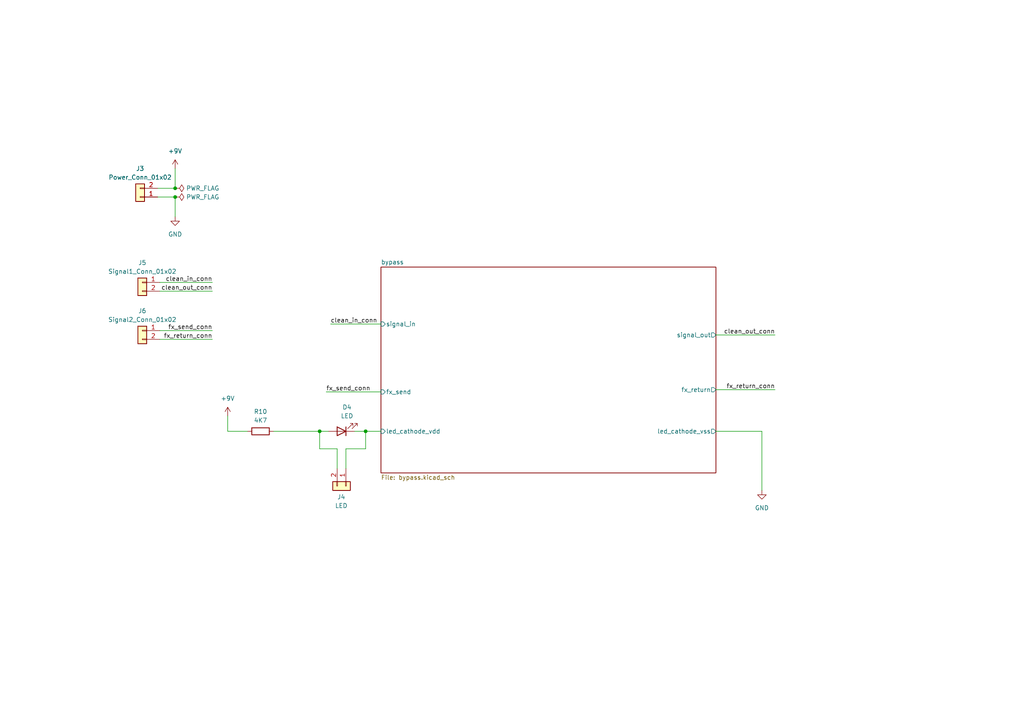
<source format=kicad_sch>
(kicad_sch (version 20230121) (generator eeschema)
  (paper "A4")
  (lib_symbols
    (symbol "Connector_Generic:Conn_01x02" (pin_names (offset 1.016) hide)
      (property "Reference" "J" (at 0 2.54 0))
      (property "Value" "Conn_01x02" (at 0 -5.08 0))
      (symbol "Conn_01x02_1_1"
        (rectangle (start -1.27 -2.413) (end 0 -2.667) (stroke (width 0.1524)))
        (rectangle (start -1.27 0.127) (end 0 -0.127) (stroke (width 0.1524)))
        (rectangle (start -1.27 1.27) (end 1.27 -3.81) (stroke (width 0.254)) (fill (type background)))
        (pin passive line (at -5.08 0 0) (length 3.81) (name "Pin_1") (number "1"))
        (pin passive line (at -5.08 -2.54 0) (length 3.81) (name "Pin_2") (number "2"))
      )
    )
    (symbol "Device:LED" (pin_numbers hide) (pin_names (offset 1.016) hide)
      (property "Reference" "D" (at 0 2.54 0))
      (property "Value" "LED" (at 0 -2.54 0))
      (symbol "LED_0_1"
        (polyline (pts (xy -1.27 -1.27) (xy -1.27 1.27)) (stroke (width 0.254)))
        (polyline (pts (xy -1.27 0) (xy 1.27 0)))
        (polyline (pts (xy 1.27 -1.27) (xy 1.27 1.27) (xy -1.27 0) (xy 1.27 -1.27)) (stroke (width 0.254)))
        (polyline (pts (xy -3.048 -0.762) (xy -4.572 -2.286) (xy -3.81 -2.286) (xy -4.572 -2.286) (xy -4.572 -1.524)))
        (polyline (pts (xy -1.778 -0.762) (xy -3.302 -2.286) (xy -2.54 -2.286) (xy -3.302 -2.286) (xy -3.302 -1.524)))
      )
      (symbol "LED_1_1"
        (pin passive line (at -3.81 0 0) (length 2.54) (name "K") (number "1"))
        (pin passive line (at 3.81 0 180) (length 2.54) (name "A") (number "2"))
      )
    )
    (symbol "Device:R" (pin_numbers hide) (pin_names (offset 0))
      (property "Reference" "R" (at 2.032 0 90))
      (property "Value" "R" (at 0 0 90))
      (symbol "R_0_1"
        (rectangle (start -1.016 -2.54) (end 1.016 2.54) (stroke (width 0.254)))
      )
      (symbol "R_1_1"
        (pin passive line (at 0 3.81 270) (length 1.27) (name "~") (number "1"))
        (pin passive line (at 0 -3.81 90) (length 1.27) (name "~") (number "2"))
      )
    )
    (symbol "power:+9V" (power) (pin_names (offset 0))
      (property "Value" "+9V" (at 0 3.556 0))
      (symbol "+9V_0_1"
        (polyline (pts (xy -0.762 1.27) (xy 0 2.54)))
        (polyline (pts (xy 0 0) (xy 0 2.54)))
        (polyline (pts (xy 0 2.54) (xy 0.762 1.27)))
      )
      (symbol "+9V_1_1"
        (pin power_in line (at 0 0 90) (length 0) hide (name "+9V") (number "1"))
      )
    )
    (symbol "power:GND" (power) (pin_names (offset 0))
      (property "Value" "GND" (at 0 -3.81 0))
      (symbol "GND_0_1"
        (polyline (pts (xy 0 0) (xy 0 -1.27) (xy 1.27 -1.27) (xy 0 -2.54) (xy -1.27 -1.27) (xy 0 -1.27)))
      )
      (symbol "GND_1_1"
        (pin power_in line (at 0 0 270) (length 0) hide (name "GND") (number "1"))
      )
    )
    (symbol "power:PWR_FLAG" (power) (pin_numbers hide) (pin_names (offset 0) hide)
      (property "Value" "PWR_FLAG" (at 0 3.81 0))
      (symbol "PWR_FLAG_0_0"
        (pin power_out line (at 0 0 90) (length 0) (name "pwr") (number "1"))
      )
      (symbol "PWR_FLAG_0_1"
        (polyline (pts (xy 0 0) (xy 0 1.27) (xy -1.016 1.905) (xy 0 2.54) (xy 1.016 1.905) (xy 0 1.27)))
      )
    )
  )
  (junction (at 106.045 125.095))
  (junction (at 92.71 125.095))
  (junction (at 50.8 54.61))
  (junction (at 50.8 57.15))
  (wire (pts (xy 207.645 125.095) (xy 220.98 125.095)))
  (wire (pts (xy 92.71 125.095) (xy 95.25 125.095)))
  (wire (pts (xy 46.355 81.915) (xy 61.595 81.915)))
  (wire (pts (xy 92.71 130.175) (xy 92.71 125.095)))
  (wire (pts (xy 106.045 125.095) (xy 110.49 125.095)))
  (wire (pts (xy 46.355 98.425) (xy 61.595 98.425)))
  (wire (pts (xy 46.355 84.455) (xy 61.595 84.455)))
  (wire (pts (xy 79.375 125.095) (xy 92.71 125.095)))
  (wire (pts (xy 66.04 120.65) (xy 66.04 125.095)))
  (wire (pts (xy 45.72 54.61) (xy 50.8 54.61)))
  (wire (pts (xy 207.645 97.155) (xy 224.79 97.155)))
  (wire (pts (xy 50.8 57.15) (xy 50.8 62.865)))
  (wire (pts (xy 102.87 125.095) (xy 106.045 125.095)))
  (wire (pts (xy 220.98 125.095) (xy 220.98 142.24)))
  (wire (pts (xy 100.33 130.175) (xy 106.045 130.175)))
  (wire (pts (xy 50.8 48.895) (xy 50.8 54.61)))
  (wire (pts (xy 45.72 57.15) (xy 50.8 57.15)))
  (wire (pts (xy 97.79 135.89) (xy 97.79 130.175)))
  (wire (pts (xy 46.355 95.885) (xy 61.595 95.885)))
  (wire (pts (xy 106.045 130.175) (xy 106.045 125.095)))
  (wire (pts (xy 97.79 130.175) (xy 92.71 130.175)))
  (wire (pts (xy 100.33 135.89) (xy 100.33 130.175)))
  (wire (pts (xy 207.645 113.03) (xy 224.79 113.03)))
  (wire (pts (xy 71.755 125.095) (xy 66.04 125.095)))
  (wire (pts (xy 94.615 113.665) (xy 110.49 113.665)))
  (wire (pts (xy 95.885 93.98) (xy 110.49 93.98)))
  (label "fx_return_conn" (at 224.79 113.03 180))
  (label "clean_in_conn" (at 61.595 81.915 180))
  (label "clean_out_conn" (at 61.595 84.455 180))
  (label "fx_return_conn" (at 61.595 98.425 180))
  (label "clean_in_conn" (at 95.885 93.98 0))
  (label "fx_send_conn" (at 61.595 95.885 180))
  (label "clean_out_conn" (at 224.79 97.155 180))
  (label "fx_send_conn" (at 94.615 113.665 0))
  (symbol (lib_id "power:GND") (at 50.8 62.865 0) (unit 1)
    (property "Reference" "#PWR07" (effects hide))
    (property "Value" "GND" (at 50.8 67.945 0))
  )
  (symbol (lib_id "power:PWR_FLAG") (at 50.8 57.15 270) (unit 1)
    (property "Reference" "#FLG01" (effects hide))
    (property "Value" "PWR_FLAG" (at 53.975 57.15 90) (effects (justify left)))
  )
  (symbol (lib_id "Connector_Generic:Conn_01x02") (at 41.275 95.885 0) (mirror y) (unit 1)
    (property "Reference" "J6" (at 41.275 90.17 0))
    (property "Value" "Signal2_Conn_01x02" (at 41.275 92.71 0))
    (property "Footprint" "Connector_PinSocket_2.54mm:PinSocket_1x02_P2.54mm_Vertical" (effects hide))
  )
  (symbol (lib_id "Connector_Generic:Conn_01x02") (at 100.33 140.97 270) (unit 1)
    (property "Reference" "J4" (at 97.79 144.145 90) (effects (justify left)))
    (property "Value" "LED" (at 97.155 146.685 90) (effects (justify left)))
    (property "Footprint" "Connector_PinHeader_2.54mm:PinHeader_1x02_P2.54mm_Vertical" (effects hide))
  )
  (symbol (lib_id "power:+9V") (at 50.8 48.895 0) (unit 1)
    (property "Reference" "#PWR012" (effects hide))
    (property "Value" "+9V" (at 50.8 43.815 0))
  )
  (symbol (lib_id "Connector_Generic:Conn_01x02") (at 41.275 81.915 0) (mirror y) (unit 1)
    (property "Reference" "J5" (at 41.275 76.2 0))
    (property "Value" "Signal1_Conn_01x02" (at 41.275 78.74 0))
    (property "Footprint" "Connector_PinSocket_2.54mm:PinSocket_1x02_P2.54mm_Vertical" (effects hide))
  )
  (symbol (lib_id "Connector_Generic:Conn_01x02") (at 40.64 57.15 180) (unit 1)
    (property "Reference" "J3" (at 40.64 48.895 0))
    (property "Value" "Power_Conn_01x02" (at 40.64 51.435 0))
    (property "Footprint" "Connector_PinHeader_2.54mm:PinHeader_1x02_P2.54mm_Vertical" (effects hide))
  )
  (symbol (lib_id "power:GND") (at 220.98 142.24 0) (unit 1)
    (property "Reference" "#PWR017" (effects hide))
    (property "Value" "GND" (at 220.98 147.32 0))
  )
  (symbol (lib_id "power:+9V") (at 66.04 120.65 0) (unit 1)
    (property "Reference" "#PWR018" (effects hide))
    (property "Value" "+9V" (at 66.04 115.57 0))
  )
  (symbol (lib_id "Device:R") (at 75.565 125.095 90) (unit 1)
    (property "Reference" "R10" (at 75.565 119.38 90))
    (property "Value" "4K7" (at 75.565 121.92 90))
    (property "Footprint" "Resistor_SMD:R_0805_2012Metric_Pad1.20x1.40mm_HandSolder" (effects hide))
    (property "LCSC" "C17673" (effects hide))
  )
  (symbol (lib_id "Device:LED") (at 99.06 125.095 180) (unit 1)
    (property "Reference" "D4" (at 100.6475 118.11 0))
    (property "Value" "LED" (at 100.6475 120.65 0))
    (property "Footprint" "LED_SMD:LED_0805_2012Metric_Pad1.15x1.40mm_HandSolder" (effects hide))
    (property "LCSC" "C965812" (effects hide))
  )
  (symbol (lib_id "power:PWR_FLAG") (at 50.8 54.61 270) (unit 1)
    (property "Reference" "#FLG02" (effects hide))
    (property "Value" "PWR_FLAG" (at 53.975 54.61 90) (effects (justify left)))
  )
  (sheet (at 110.49 77.47) (size 97.155 59.69) (stroke (width 0.1524))
    (property "Sheetname" "bypass" (at 110.49 76.7584 0) (effects (justify left bottom)))
    (property "Sheetfile" "bypass.kicad_sch" (at 110.49 137.7446 0) (effects (justify left top)))
    (pin "signal_in" input (at 110.49 93.98 180))
    (pin "fx_return" output (at 207.645 113.03 0))
    (pin "signal_out" output (at 207.645 97.155 0))
    (pin "fx_send" input (at 110.49 113.665 180))
    (pin "led_cathode_vdd" input (at 110.49 125.095 180))
    (pin "led_cathode_vss" output (at 207.645 125.095 0))
  )
)
</source>
